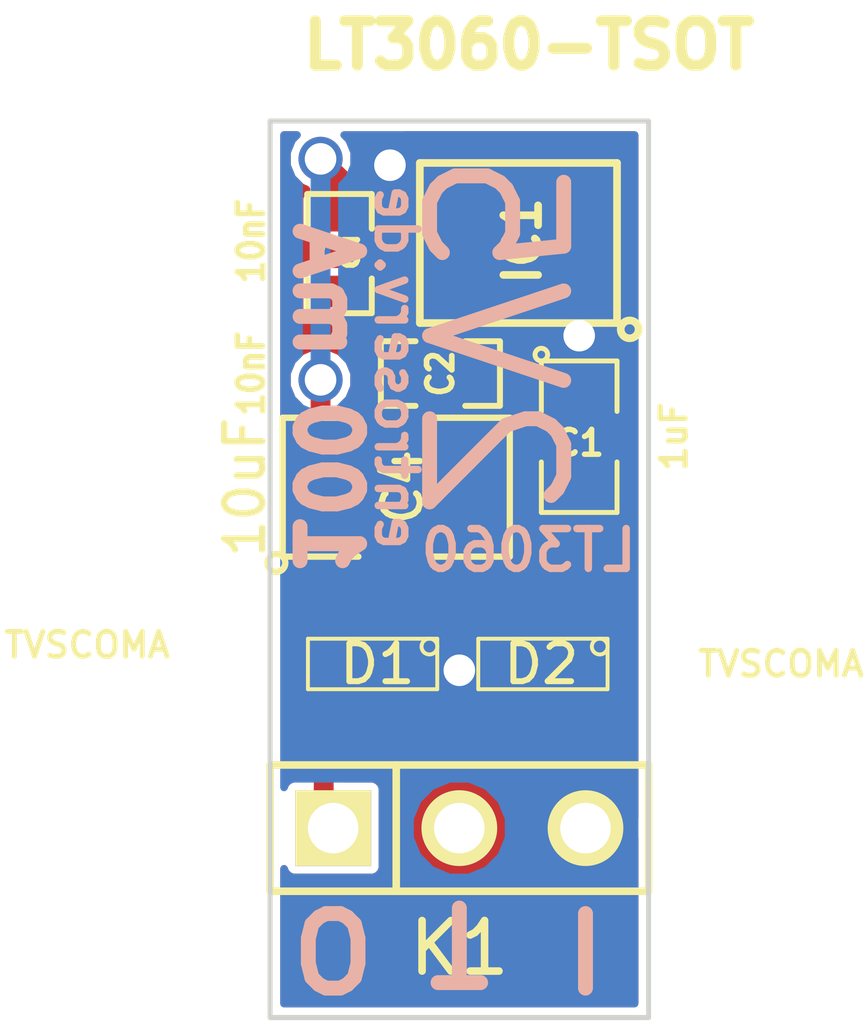
<source format=kicad_pcb>
(kicad_pcb (version 3) (host pcbnew "(2013-07-07 BZR 4022)-stable")

  (general
    (links 19)
    (no_connects 0)
    (area 47.507548 47.0011 65.776452 68.9372)
    (thickness 1.6)
    (drawings 12)
    (tracks 31)
    (zones 0)
    (modules 8)
    (nets 7)
  )

  (page A3)
  (layers
    (15 F.Cu signal)
    (0 B.Cu signal)
    (16 B.Adhes user)
    (17 F.Adhes user)
    (18 B.Paste user)
    (19 F.Paste user)
    (20 B.SilkS user)
    (21 F.SilkS user)
    (22 B.Mask user)
    (23 F.Mask user)
    (24 Dwgs.User user)
    (25 Cmts.User user)
    (26 Eco1.User user)
    (27 Eco2.User user)
    (28 Edge.Cuts user)
  )

  (setup
    (last_trace_width 0.4)
    (trace_clearance 0.154)
    (zone_clearance 0.154)
    (zone_45_only no)
    (trace_min 0.254)
    (segment_width 0.2)
    (edge_width 0.1)
    (via_size 0.889)
    (via_drill 0.635)
    (via_min_size 0.889)
    (via_min_drill 0.508)
    (uvia_size 0.508)
    (uvia_drill 0.127)
    (uvias_allowed no)
    (uvia_min_size 0.508)
    (uvia_min_drill 0.127)
    (pcb_text_width 0.3)
    (pcb_text_size 1.5 1.5)
    (mod_edge_width 0.154)
    (mod_text_size 1 1)
    (mod_text_width 0.15)
    (pad_size 1.5 1.5)
    (pad_drill 0.6)
    (pad_to_mask_clearance 0)
    (aux_axis_origin 0 0)
    (visible_elements 7FFFFFFF)
    (pcbplotparams
      (layerselection 284196865)
      (usegerberextensions true)
      (excludeedgelayer true)
      (linewidth 0.150000)
      (plotframeref false)
      (viasonmask false)
      (mode 1)
      (useauxorigin false)
      (hpglpennumber 1)
      (hpglpenspeed 20)
      (hpglpendiameter 15)
      (hpglpenoverlay 2)
      (psnegative false)
      (psa4output false)
      (plotreference true)
      (plotvalue true)
      (plotothertext true)
      (plotinvisibletext false)
      (padsonsilk false)
      (subtractmaskfromsilk false)
      (outputformat 1)
      (mirror false)
      (drillshape 0)
      (scaleselection 1)
      (outputdirectory ""))
  )

  (net 0 "")
  (net 1 /Vin)
  (net 2 /Vout)
  (net 3 GND)
  (net 4 N-000001)
  (net 5 N-000002)
  (net 6 N-000004)

  (net_class Default "Dies ist die voreingestellte Netzklasse."
    (clearance 0.154)
    (trace_width 0.4)
    (via_dia 0.889)
    (via_drill 0.635)
    (uvia_dia 0.508)
    (uvia_drill 0.127)
    (add_net "")
    (add_net /Vin)
    (add_net /Vout)
    (add_net GND)
    (add_net N-000001)
    (add_net N-000002)
    (add_net N-000004)
  )

  (module SM1210 (layer F.Cu) (tedit 53DE8A50) (tstamp 53DC3E22)
    (at 55.88 56.642)
    (tags "CMS SM")
    (path /53DBB648)
    (attr smd)
    (fp_text reference C4 (at 0.127 0 90) (layer F.SilkS)
      (effects (font (size 0.762 0.762) (thickness 0.127)))
    )
    (fp_text value 10uF (at -3.048 0 90) (layer F.SilkS)
      (effects (font (size 0.762 0.762) (thickness 0.127)))
    )
    (fp_circle (center -2.413 1.524) (end -2.286 1.397) (layer F.SilkS) (width 0.127))
    (fp_line (start -0.762 -1.397) (end -2.286 -1.397) (layer F.SilkS) (width 0.127))
    (fp_line (start -2.286 -1.397) (end -2.286 1.397) (layer F.SilkS) (width 0.127))
    (fp_line (start -2.286 1.397) (end -0.762 1.397) (layer F.SilkS) (width 0.127))
    (fp_line (start 0.762 1.397) (end 2.286 1.397) (layer F.SilkS) (width 0.127))
    (fp_line (start 2.286 1.397) (end 2.286 -1.397) (layer F.SilkS) (width 0.127))
    (fp_line (start 2.286 -1.397) (end 0.762 -1.397) (layer F.SilkS) (width 0.127))
    (pad 1 smd rect (at -1.524 0) (size 1.27 2.54)
      (layers F.Cu F.Paste F.Mask)
      (net 2 /Vout)
    )
    (pad 2 smd rect (at 1.524 0) (size 1.27 2.54)
      (layers F.Cu F.Paste F.Mask)
      (net 3 GND)
    )
    (model smd/chip_cms.wrl
      (at (xyz 0 0 0))
      (scale (xyz 0.17 0.2 0.17))
      (rotate (xyz 0 0 0))
    )
  )

  (module SM0805 (layer F.Cu) (tedit 53DE8A44) (tstamp 53DC3E2F)
    (at 59.563 55.626 270)
    (path /53DBB64E)
    (attr smd)
    (fp_text reference C1 (at 0.127 0 360) (layer F.SilkS)
      (effects (font (size 0.50038 0.50038) (thickness 0.10922)))
    )
    (fp_text value 1uF (at 0 -1.905 270) (layer F.SilkS)
      (effects (font (size 0.50038 0.50038) (thickness 0.10922)))
    )
    (fp_circle (center -1.651 0.762) (end -1.651 0.635) (layer F.SilkS) (width 0.09906))
    (fp_line (start -0.508 0.762) (end -1.524 0.762) (layer F.SilkS) (width 0.09906))
    (fp_line (start -1.524 0.762) (end -1.524 -0.762) (layer F.SilkS) (width 0.09906))
    (fp_line (start -1.524 -0.762) (end -0.508 -0.762) (layer F.SilkS) (width 0.09906))
    (fp_line (start 0.508 -0.762) (end 1.524 -0.762) (layer F.SilkS) (width 0.09906))
    (fp_line (start 1.524 -0.762) (end 1.524 0.762) (layer F.SilkS) (width 0.09906))
    (fp_line (start 1.524 0.762) (end 0.508 0.762) (layer F.SilkS) (width 0.09906))
    (pad 1 smd rect (at -0.9525 0 270) (size 0.889 1.397)
      (layers F.Cu F.Paste F.Mask)
      (net 1 /Vin)
    )
    (pad 2 smd rect (at 0.9525 0 270) (size 0.889 1.397)
      (layers F.Cu F.Paste F.Mask)
      (net 3 GND)
    )
    (model smd/chip_cms.wrl
      (at (xyz 0 0 0))
      (scale (xyz 0.1 0.1 0.1))
      (rotate (xyz 0 0 0))
    )
  )

  (module SM0603_Capa (layer F.Cu) (tedit 53DE8A55) (tstamp 53DC3E3B)
    (at 56.769 54.356)
    (path /53DBB623)
    (attr smd)
    (fp_text reference C2 (at 0 0 90) (layer F.SilkS)
      (effects (font (size 0.508 0.4572) (thickness 0.1143)))
    )
    (fp_text value 10nF (at -3.81 0 90) (layer F.SilkS)
      (effects (font (size 0.508 0.4572) (thickness 0.1143)))
    )
    (fp_line (start 0.50038 0.65024) (end 1.19888 0.65024) (layer F.SilkS) (width 0.11938))
    (fp_line (start -0.50038 0.65024) (end -1.19888 0.65024) (layer F.SilkS) (width 0.11938))
    (fp_line (start 0.50038 -0.65024) (end 1.19888 -0.65024) (layer F.SilkS) (width 0.11938))
    (fp_line (start -1.19888 -0.65024) (end -0.50038 -0.65024) (layer F.SilkS) (width 0.11938))
    (fp_line (start 1.19888 -0.635) (end 1.19888 0.635) (layer F.SilkS) (width 0.11938))
    (fp_line (start -1.19888 0.635) (end -1.19888 -0.635) (layer F.SilkS) (width 0.11938))
    (pad 1 smd rect (at -0.762 0) (size 0.635 1.143)
      (layers F.Cu F.Paste F.Mask)
      (net 4 N-000001)
    )
    (pad 2 smd rect (at 0.762 0) (size 0.635 1.143)
      (layers F.Cu F.Paste F.Mask)
      (net 3 GND)
    )
    (model smd\capacitors\C0603.wrl
      (at (xyz 0 0 0.001))
      (scale (xyz 0.5 0.5 0.5))
      (rotate (xyz 0 0 0))
    )
  )

  (module SM0603_Capa (layer F.Cu) (tedit 53DE8A60) (tstamp 53DC3E47)
    (at 54.737 51.943 270)
    (path /53DBB63F)
    (attr smd)
    (fp_text reference C3 (at 0 0 360) (layer F.SilkS)
      (effects (font (size 0.508 0.4572) (thickness 0.1143)))
    )
    (fp_text value 10nF (at -0.254 1.778 270) (layer F.SilkS)
      (effects (font (size 0.508 0.4572) (thickness 0.1143)))
    )
    (fp_line (start 0.50038 0.65024) (end 1.19888 0.65024) (layer F.SilkS) (width 0.11938))
    (fp_line (start -0.50038 0.65024) (end -1.19888 0.65024) (layer F.SilkS) (width 0.11938))
    (fp_line (start 0.50038 -0.65024) (end 1.19888 -0.65024) (layer F.SilkS) (width 0.11938))
    (fp_line (start -1.19888 -0.65024) (end -0.50038 -0.65024) (layer F.SilkS) (width 0.11938))
    (fp_line (start 1.19888 -0.635) (end 1.19888 0.635) (layer F.SilkS) (width 0.11938))
    (fp_line (start -1.19888 0.635) (end -1.19888 -0.635) (layer F.SilkS) (width 0.11938))
    (pad 1 smd rect (at -0.762 0 270) (size 0.635 1.143)
      (layers F.Cu F.Paste F.Mask)
      (net 2 /Vout)
    )
    (pad 2 smd rect (at 0.762 0 270) (size 0.635 1.143)
      (layers F.Cu F.Paste F.Mask)
      (net 5 N-000002)
    )
    (model smd\capacitors\C0603.wrl
      (at (xyz 0 0 0.001))
      (scale (xyz 0.5 0.5 0.5))
      (rotate (xyz 0 0 0))
    )
  )

  (module PIN_ARRAY_3X1 (layer F.Cu) (tedit 53DE8DD2) (tstamp 53DC3E53)
    (at 57.15 63.5)
    (descr "Connecteur 3 pins")
    (tags "CONN DEV")
    (path /53DBB569)
    (fp_text reference K1 (at 0 2.413) (layer F.SilkS)
      (effects (font (size 1.016 1.016) (thickness 0.1524)))
    )
    (fp_text value CONN_3 (at 0.127 4.699) (layer F.SilkS) hide
      (effects (font (size 1.016 1.016) (thickness 0.1524)))
    )
    (fp_line (start -3.81 1.27) (end -3.81 -1.27) (layer F.SilkS) (width 0.1524))
    (fp_line (start -3.81 -1.27) (end 3.81 -1.27) (layer F.SilkS) (width 0.1524))
    (fp_line (start 3.81 -1.27) (end 3.81 1.27) (layer F.SilkS) (width 0.1524))
    (fp_line (start 3.81 1.27) (end -3.81 1.27) (layer F.SilkS) (width 0.1524))
    (fp_line (start -1.27 -1.27) (end -1.27 1.27) (layer F.SilkS) (width 0.1524))
    (pad 1 thru_hole rect (at -2.54 0) (size 1.524 1.524) (drill 1.016)
      (layers *.Cu *.Mask F.SilkS)
      (net 2 /Vout)
    )
    (pad 2 thru_hole circle (at 0 0) (size 1.524 1.524) (drill 1.016)
      (layers *.Cu *.Mask F.SilkS)
      (net 3 GND)
    )
    (pad 3 thru_hole circle (at 2.54 0) (size 1.524 1.524) (drill 1.016)
      (layers *.Cu *.Mask F.SilkS)
      (net 1 /Vin)
    )
    (model pin_array/pins_array_3x1.wrl
      (at (xyz 0 0 0))
      (scale (xyz 1 1 1))
      (rotate (xyz 0 0 0))
    )
  )

  (module tsot23-8 (layer F.Cu) (tedit 53DE8A36) (tstamp 53DE8AC1)
    (at 59.69 52.705 90)
    (path /53DBE0F4)
    (fp_text reference IC1 (at 1.016 -1.27 90) (layer F.SilkS)
      (effects (font (size 0.7 0.7) (thickness 0.154)))
    )
    (fp_text value LT3060-TSOT (at 4.953 -1.143 360) (layer F.SilkS)
      (effects (font (size 0.889 0.889) (thickness 0.3048)))
    )
    (fp_circle (center -0.762 0.889) (end -0.635 1.016) (layer F.SilkS) (width 0.154))
    (fp_line (start -0.635 0.635) (end 2.58572 0.635) (layer F.SilkS) (width 0.154))
    (fp_line (start 2.58572 0.635) (end 2.58572 -3.33502) (layer F.SilkS) (width 0.154))
    (fp_line (start 2.58572 -3.33502) (end -0.635 -3.33502) (layer F.SilkS) (width 0.154))
    (fp_line (start -0.635 -3.33502) (end -0.635 0.635) (layer F.SilkS) (width 0.154))
    (pad 1 smd rect (at 0 0 90) (size 0.40132 1.3208)
      (layers F.Cu F.Paste F.Mask)
      (net 1 /Vin)
    )
    (pad 2 smd rect (at 0.65024 0 90) (size 0.40132 1.3208)
      (layers F.Cu F.Paste F.Mask)
      (net 3 GND)
    )
    (pad 3 smd rect (at 1.30048 0 90) (size 0.40132 1.3208)
      (layers F.Cu F.Paste F.Mask)
      (net 3 GND)
    )
    (pad 4 smd rect (at 1.95072 0 90) (size 0.40132 1.3208)
      (layers F.Cu F.Paste F.Mask)
      (net 3 GND)
    )
    (pad 5 smd rect (at 1.95072 -2.70002 270) (size 0.40132 1.3208)
      (layers F.Cu F.Paste F.Mask)
      (net 1 /Vin)
    )
    (pad 6 smd rect (at 1.30048 -2.70002 270) (size 0.40132 1.3208)
      (layers F.Cu F.Paste F.Mask)
      (net 2 /Vout)
    )
    (pad 7 smd rect (at 0.65024 -2.70002 270) (size 0.40132 1.3208)
      (layers F.Cu F.Paste F.Mask)
      (net 5 N-000002)
    )
    (pad 8 smd rect (at 0 -2.70002 270) (size 0.40132 1.3208)
      (layers F.Cu F.Paste F.Mask)
      (net 4 N-000001)
    )
  )

  (module SOT23 (layer F.Cu) (tedit 53FE80D9) (tstamp 53FE7FB9)
    (at 58.801 60.198 180)
    (tags SOT23)
    (path /53FE54F9)
    (fp_text reference D2 (at 0 0 180) (layer F.SilkS)
      (effects (font (size 0.762 0.762) (thickness 0.11938)))
    )
    (fp_text value TVSCOMA (at -4.826 0 180) (layer F.SilkS)
      (effects (font (size 0.50038 0.50038) (thickness 0.09906)))
    )
    (fp_circle (center -1.17602 0.35052) (end -1.30048 0.44958) (layer F.SilkS) (width 0.07874))
    (fp_line (start 1.27 -0.508) (end 1.27 0.508) (layer F.SilkS) (width 0.07874))
    (fp_line (start -1.3335 -0.508) (end -1.3335 0.508) (layer F.SilkS) (width 0.07874))
    (fp_line (start 1.27 0.508) (end -1.3335 0.508) (layer F.SilkS) (width 0.07874))
    (fp_line (start -1.3335 -0.508) (end 1.27 -0.508) (layer F.SilkS) (width 0.07874))
    (pad 3 smd rect (at 0 -1.09982 180) (size 0.8001 1.00076)
      (layers F.Cu F.Paste F.Mask)
      (net 6 N-000004)
    )
    (pad 2 smd rect (at 0.9525 1.09982 180) (size 0.8001 1.00076)
      (layers F.Cu F.Paste F.Mask)
      (net 3 GND)
    )
    (pad 1 smd rect (at -0.9525 1.09982 180) (size 0.8001 1.00076)
      (layers F.Cu F.Paste F.Mask)
      (net 3 GND)
    )
    (model smd\SOT23_3.wrl
      (at (xyz 0 0 0))
      (scale (xyz 0.4 0.4 0.4))
      (rotate (xyz 0 0 180))
    )
  )

  (module SOT23 (layer F.Cu) (tedit 53FE80D1) (tstamp 53FE7FC6)
    (at 55.372 60.198 180)
    (tags SOT23)
    (path /53FE53A3)
    (fp_text reference D1 (at -0.127 0 180) (layer F.SilkS)
      (effects (font (size 0.762 0.762) (thickness 0.11938)))
    )
    (fp_text value TVSCOMA (at 5.715 0.381 180) (layer F.SilkS)
      (effects (font (size 0.50038 0.50038) (thickness 0.09906)))
    )
    (fp_circle (center -1.17602 0.35052) (end -1.30048 0.44958) (layer F.SilkS) (width 0.07874))
    (fp_line (start 1.27 -0.508) (end 1.27 0.508) (layer F.SilkS) (width 0.07874))
    (fp_line (start -1.3335 -0.508) (end -1.3335 0.508) (layer F.SilkS) (width 0.07874))
    (fp_line (start 1.27 0.508) (end -1.3335 0.508) (layer F.SilkS) (width 0.07874))
    (fp_line (start -1.3335 -0.508) (end 1.27 -0.508) (layer F.SilkS) (width 0.07874))
    (pad 3 smd rect (at 0 -1.09982 180) (size 0.8001 1.00076)
      (layers F.Cu F.Paste F.Mask)
      (net 6 N-000004)
    )
    (pad 2 smd rect (at 0.9525 1.09982 180) (size 0.8001 1.00076)
      (layers F.Cu F.Paste F.Mask)
      (net 2 /Vout)
    )
    (pad 1 smd rect (at -0.9525 1.09982 180) (size 0.8001 1.00076)
      (layers F.Cu F.Paste F.Mask)
      (net 1 /Vin)
    )
    (model smd\SOT23_3.wrl
      (at (xyz 0 0 0))
      (scale (xyz 0.4 0.4 0.4))
      (rotate (xyz 0 0 180))
    )
  )

  (gr_line (start 53.34 67.31) (end 53.34 49.276) (angle 90) (layer Edge.Cuts) (width 0.1))
  (gr_line (start 60.96 67.31) (end 53.34 67.31) (angle 90) (layer Edge.Cuts) (width 0.1))
  (gr_line (start 60.96 49.276) (end 60.96 67.31) (angle 90) (layer Edge.Cuts) (width 0.1))
  (gr_text I (at 59.69 66.04) (layer B.SilkS)
    (effects (font (size 1.5 1.5) (thickness 0.3)) (justify mirror))
  )
  (gr_text T (at 57.15 65.786 180) (layer B.SilkS)
    (effects (font (size 1.5 1.5) (thickness 0.3)) (justify mirror))
  )
  (gr_text O (at 54.61 66.04) (layer B.SilkS)
    (effects (font (size 1.5 1.5) (thickness 0.3)) (justify mirror))
  )
  (gr_text entroserv.de (at 55.88 54.229 270) (layer B.SilkS)
    (effects (font (size 0.8 0.8) (thickness 0.15)) (justify mirror))
  )
  (gr_text LT3060 (at 58.547 57.912) (layer B.SilkS)
    (effects (font (size 0.8 0.8) (thickness 0.15)) (justify mirror))
  )
  (gr_text "100 mA" (at 54.483 54.864 270) (layer B.SilkS)
    (effects (font (size 1.2 1.2) (thickness 0.3)) (justify mirror))
  )
  (gr_line (start 60.96 67.31) (end 53.34 67.31) (angle 90) (layer Edge.Cuts) (width 0.1))
  (gr_line (start 53.34 49.276) (end 60.96 49.276) (angle 90) (layer Edge.Cuts) (width 0.1))
  (gr_text 2V5 (at 57.785 53.594 270) (layer B.SilkS)
    (effects (font (size 2.7 2.7) (thickness 0.3)) (justify mirror))
  )

  (segment (start 56.3245 59.09818) (end 56.3245 59.4995) (width 0.4) (layer F.Cu) (net 1))
  (segment (start 57.15 60.325) (end 57.277 60.325) (width 0.4) (layer B.Cu) (net 1) (tstamp 53FE809C))
  (via (at 57.15 60.325) (size 0.889) (layers F.Cu B.Cu) (net 1))
  (segment (start 56.3245 59.4995) (end 57.15 60.325) (width 0.4) (layer F.Cu) (net 1) (tstamp 53FE8095))
  (segment (start 56.98998 50.75428) (end 56.34228 50.75428) (width 0.4) (layer F.Cu) (net 1))
  (via (at 55.753 50.165) (size 0.889) (layers F.Cu B.Cu) (net 1))
  (segment (start 56.34228 50.75428) (end 55.753 50.165) (width 0.4) (layer F.Cu) (net 1) (tstamp 53DE81FC))
  (segment (start 59.563 53.594) (end 59.563 52.832) (width 0.4) (layer F.Cu) (net 1))
  (via (at 59.563 53.594) (size 0.889) (layers F.Cu B.Cu) (net 1))
  (segment (start 59.563 54.6735) (end 59.563 53.594) (width 0.4) (layer F.Cu) (net 1))
  (segment (start 59.563 52.832) (end 59.69 52.705) (width 0.4) (layer F.Cu) (net 1) (tstamp 53DE861F))
  (segment (start 54.4195 59.09818) (end 54.4195 63.3095) (width 0.4) (layer F.Cu) (net 2))
  (segment (start 54.4195 63.3095) (end 54.61 63.5) (width 0.4) (layer F.Cu) (net 2) (tstamp 53FE8092))
  (segment (start 54.356 56.642) (end 54.356 59.03468) (width 0.4) (layer F.Cu) (net 2))
  (segment (start 54.356 59.03468) (end 54.4195 59.09818) (width 0.4) (layer F.Cu) (net 2) (tstamp 53FE808F))
  (segment (start 54.356 56.642) (end 54.356 54.483) (width 0.4) (layer F.Cu) (net 2))
  (via (at 54.356 54.483) (size 0.889) (layers F.Cu B.Cu) (net 2))
  (segment (start 54.356 54.483) (end 54.356 50.038) (width 0.4) (layer B.Cu) (net 2) (tstamp 53DE8330))
  (via (at 54.356 50.038) (size 0.889) (layers F.Cu B.Cu) (net 2))
  (segment (start 54.356 50.038) (end 54.737 50.419) (width 0.4) (layer F.Cu) (net 2) (tstamp 53DE8335))
  (segment (start 54.737 50.419) (end 54.737 51.181) (width 0.4) (layer F.Cu) (net 2) (tstamp 53DE8336))
  (segment (start 56.98998 51.40452) (end 55.97652 51.40452) (width 0.4) (layer F.Cu) (net 2))
  (segment (start 55.753 51.181) (end 54.737 51.181) (width 0.4) (layer F.Cu) (net 2) (tstamp 53DE81C5))
  (segment (start 55.97652 51.40452) (end 55.753 51.181) (width 0.4) (layer F.Cu) (net 2) (tstamp 53DE81C2))
  (segment (start 56.007 54.356) (end 56.007 53.086) (width 0.4) (layer F.Cu) (net 4))
  (segment (start 56.388 52.705) (end 56.98998 52.705) (width 0.4) (layer F.Cu) (net 4) (tstamp 53DE8304))
  (segment (start 56.007 53.086) (end 56.388 52.705) (width 0.4) (layer F.Cu) (net 4) (tstamp 53DE8302))
  (segment (start 56.98998 52.05476) (end 56.02224 52.05476) (width 0.4) (layer F.Cu) (net 5))
  (segment (start 55.372 52.705) (end 54.737 52.705) (width 0.4) (layer F.Cu) (net 5) (tstamp 53DE82F9))
  (segment (start 56.02224 52.05476) (end 55.372 52.705) (width 0.4) (layer F.Cu) (net 5) (tstamp 53DE82F6))
  (segment (start 58.801 61.29782) (end 55.372 61.29782) (width 0.4) (layer F.Cu) (net 6))

  (zone (net 3) (net_name GND) (layer F.Cu) (tstamp 53FE39FD) (hatch edge 0.508)
    (connect_pads yes (clearance 0.154))
    (min_thickness 0.154)
    (fill (arc_segments 16) (thermal_gap 0.508) (thermal_bridge_width 0.508))
    (polygon
      (pts
        (xy 60.96 67.31) (xy 53.34 67.31) (xy 53.34 49.276) (xy 60.96 49.276)
      )
    )
    (filled_polygon
      (pts
        (xy 60.679 67.029) (xy 53.621 67.029) (xy 53.621 64.317522) (xy 53.652054 64.39268) (xy 53.716979 64.457717)
        (xy 53.80185 64.492959) (xy 53.893747 64.493039) (xy 55.417747 64.493039) (xy 55.50268 64.457946) (xy 55.567717 64.393021)
        (xy 55.602959 64.30815) (xy 55.603039 64.216253) (xy 55.603039 62.692253) (xy 55.567946 62.60732) (xy 55.503021 62.542283)
        (xy 55.41815 62.507041) (xy 55.326253 62.506961) (xy 54.8505 62.506961) (xy 54.8505 61.997891) (xy 54.9258 62.029159)
        (xy 55.017697 62.029239) (xy 55.817797 62.029239) (xy 55.90273 61.994146) (xy 55.967767 61.929221) (xy 56.003009 61.84435)
        (xy 56.003089 61.752453) (xy 56.003089 61.72882) (xy 58.169911 61.72882) (xy 58.169911 61.843947) (xy 58.205004 61.92888)
        (xy 58.269929 61.993917) (xy 58.3548 62.029159) (xy 58.446697 62.029239) (xy 59.246797 62.029239) (xy 59.33173 61.994146)
        (xy 59.396767 61.929221) (xy 59.432009 61.84435) (xy 59.432089 61.752453) (xy 59.432089 60.751693) (xy 59.396996 60.66676)
        (xy 59.332071 60.601723) (xy 59.2472 60.566481) (xy 59.155303 60.566401) (xy 58.355203 60.566401) (xy 58.27027 60.601494)
        (xy 58.205233 60.666419) (xy 58.169991 60.75129) (xy 58.169911 60.843187) (xy 58.169911 60.86682) (xy 57.563369 60.86682)
        (xy 57.722327 60.70814) (xy 57.825383 60.459955) (xy 57.825617 60.191224) (xy 57.722995 59.94286) (xy 57.53314 59.752673)
        (xy 57.284955 59.649617) (xy 57.083967 59.649441) (xy 56.955589 59.521063) (xy 56.955589 58.552053) (xy 56.920496 58.46712)
        (xy 56.855571 58.402083) (xy 56.7707 58.366841) (xy 56.678803 58.366761) (xy 55.878703 58.366761) (xy 55.79377 58.401854)
        (xy 55.728733 58.466779) (xy 55.693491 58.55165) (xy 55.693411 58.643547) (xy 55.693411 59.644307) (xy 55.728504 59.72924)
        (xy 55.793429 59.794277) (xy 55.8783 59.829519) (xy 55.970197 59.829599) (xy 56.045073 59.829599) (xy 56.474556 60.259082)
        (xy 56.474383 60.458776) (xy 56.577005 60.70714) (xy 56.736406 60.86682) (xy 56.003089 60.86682) (xy 56.003089 60.751693)
        (xy 55.967996 60.66676) (xy 55.903071 60.601723) (xy 55.8182 60.566481) (xy 55.726303 60.566401) (xy 54.926203 60.566401)
        (xy 54.8505 60.59768) (xy 54.8505 59.829599) (xy 54.865297 59.829599) (xy 54.95023 59.794506) (xy 55.015267 59.729581)
        (xy 55.050509 59.64471) (xy 55.050589 59.552813) (xy 55.050589 58.552053) (xy 55.015496 58.46712) (xy 54.950571 58.402083)
        (xy 54.8657 58.366841) (xy 54.787 58.366772) (xy 54.787 58.143039) (xy 55.036747 58.143039) (xy 55.12168 58.107946)
        (xy 55.186717 58.043021) (xy 55.221959 57.95815) (xy 55.222039 57.866253) (xy 55.222039 55.326253) (xy 55.186946 55.24132)
        (xy 55.122021 55.176283) (xy 55.03715 55.141041) (xy 54.945253 55.140961) (xy 54.787 55.140961) (xy 54.787 55.00722)
        (xy 54.928327 54.86614) (xy 55.031383 54.617955) (xy 55.031617 54.349224) (xy 54.928995 54.10086) (xy 54.73914 53.910673)
        (xy 54.490955 53.807617) (xy 54.222224 53.807383) (xy 53.97386 53.910005) (xy 53.783673 54.09986) (xy 53.680617 54.348045)
        (xy 53.680383 54.616776) (xy 53.783005 54.86514) (xy 53.925 55.007383) (xy 53.925 55.140961) (xy 53.675253 55.140961)
        (xy 53.621 55.163377) (xy 53.621 49.557) (xy 53.881704 49.557) (xy 53.783673 49.65486) (xy 53.680617 49.903045)
        (xy 53.680383 50.171776) (xy 53.783005 50.42014) (xy 53.97286 50.610327) (xy 54.072842 50.651843) (xy 54.03482 50.667554)
        (xy 53.969783 50.732479) (xy 53.934541 50.81735) (xy 53.934461 50.909247) (xy 53.934461 51.544247) (xy 53.969554 51.62918)
        (xy 54.034479 51.694217) (xy 54.11935 51.729459) (xy 54.211247 51.729539) (xy 55.354247 51.729539) (xy 55.43918 51.694446)
        (xy 55.504217 51.629521) (xy 55.511492 51.612) (xy 55.574474 51.612) (xy 55.671757 51.709283) (xy 55.725083 51.744914)
        (xy 55.717477 51.749997) (xy 55.310971 52.156502) (xy 55.262753 52.156461) (xy 54.119753 52.156461) (xy 54.03482 52.191554)
        (xy 53.969783 52.256479) (xy 53.934541 52.34135) (xy 53.934461 52.433247) (xy 53.934461 53.068247) (xy 53.969554 53.15318)
        (xy 54.034479 53.218217) (xy 54.11935 53.253459) (xy 54.211247 53.253539) (xy 55.354247 53.253539) (xy 55.43918 53.218446)
        (xy 55.504217 53.153521) (xy 55.524051 53.105755) (xy 55.524051 53.105754) (xy 55.536936 53.103192) (xy 55.536937 53.103192)
        (xy 55.578043 53.075725) (xy 55.576 53.086) (xy 55.576 53.581455) (xy 55.55882 53.588554) (xy 55.493783 53.653479)
        (xy 55.458541 53.73835) (xy 55.458461 53.830247) (xy 55.458461 54.973247) (xy 55.493554 55.05818) (xy 55.558479 55.123217)
        (xy 55.64335 55.158459) (xy 55.735247 55.158539) (xy 56.370247 55.158539) (xy 56.45518 55.123446) (xy 56.520217 55.058521)
        (xy 56.555459 54.97365) (xy 56.555539 54.881753) (xy 56.555539 53.738753) (xy 56.520446 53.65382) (xy 56.455521 53.588783)
        (xy 56.438 53.581507) (xy 56.438 53.264526) (xy 56.565827 53.136699) (xy 57.696127 53.136699) (xy 57.78106 53.101606)
        (xy 57.846097 53.036681) (xy 57.881339 52.95181) (xy 57.881419 52.859913) (xy 57.881419 52.458593) (xy 57.848858 52.379789)
        (xy 57.881339 52.30157) (xy 57.881419 52.209673) (xy 57.881419 51.808353) (xy 57.848858 51.729549) (xy 57.881339 51.65133)
        (xy 57.881419 51.559433) (xy 57.881419 51.158113) (xy 57.848858 51.079309) (xy 57.881339 51.00109) (xy 57.881419 50.909193)
        (xy 57.881419 50.507873) (xy 57.846326 50.42294) (xy 57.781401 50.357903) (xy 57.69653 50.322661) (xy 57.604633 50.322581)
        (xy 56.520107 50.322581) (xy 56.428443 50.230917) (xy 56.428617 50.031224) (xy 56.325995 49.78286) (xy 56.13614 49.592673)
        (xy 56.05023 49.557) (xy 60.679 49.557) (xy 60.679 63.29325) (xy 60.581439 63.057134) (xy 60.581439 52.859913)
        (xy 60.581439 52.458593) (xy 60.546346 52.37366) (xy 60.481421 52.308623) (xy 60.39655 52.273381) (xy 60.304653 52.273301)
        (xy 58.983853 52.273301) (xy 58.89892 52.308394) (xy 58.833883 52.373319) (xy 58.798641 52.45819) (xy 58.798561 52.550087)
        (xy 58.798561 52.951407) (xy 58.833654 53.03634) (xy 58.898579 53.101377) (xy 58.98345 53.136619) (xy 59.064972 53.136689)
        (xy 58.990673 53.21086) (xy 58.887617 53.459045) (xy 58.887383 53.727776) (xy 58.990005 53.97614) (xy 59.011787 53.997961)
        (xy 58.818753 53.997961) (xy 58.73382 54.033054) (xy 58.668783 54.097979) (xy 58.633541 54.18285) (xy 58.633461 54.274747)
        (xy 58.633461 55.163747) (xy 58.668554 55.24868) (xy 58.733479 55.313717) (xy 58.81835 55.348959) (xy 58.910247 55.349039)
        (xy 60.307247 55.349039) (xy 60.39218 55.313946) (xy 60.457217 55.249021) (xy 60.492459 55.16415) (xy 60.492539 55.072253)
        (xy 60.492539 54.183253) (xy 60.457446 54.09832) (xy 60.392521 54.033283) (xy 60.30765 53.998041) (xy 60.215753 53.997961)
        (xy 60.114469 53.997961) (xy 60.135327 53.97714) (xy 60.238383 53.728955) (xy 60.238617 53.460224) (xy 60.135995 53.21186)
        (xy 60.060965 53.136699) (xy 60.396147 53.136699) (xy 60.48108 53.101606) (xy 60.546117 53.036681) (xy 60.581359 52.95181)
        (xy 60.581439 52.859913) (xy 60.581439 63.057134) (xy 60.532315 62.938246) (xy 60.253224 62.658666) (xy 59.888386 62.507173)
        (xy 59.493347 62.506828) (xy 59.128246 62.657685) (xy 58.848666 62.936776) (xy 58.697173 63.301614) (xy 58.696828 63.696653)
        (xy 58.847685 64.061754) (xy 59.126776 64.341334) (xy 59.491614 64.492827) (xy 59.886653 64.493172) (xy 60.251754 64.342315)
        (xy 60.531334 64.063224) (xy 60.679 63.707602) (xy 60.679 67.029)
      )
    )
  )
  (zone (net 1) (net_name /Vin) (layer B.Cu) (tstamp 53DE823E) (hatch edge 0.508)
    (connect_pads yes (clearance 0.154))
    (min_thickness 0.154)
    (fill (arc_segments 16) (thermal_gap 0.508) (thermal_bridge_width 0.508))
    (polygon
      (pts
        (xy 60.96 67.31) (xy 53.34 67.31) (xy 53.34 49.276) (xy 60.96 49.276)
      )
    )
    (filled_polygon
      (pts
        (xy 60.679 67.029) (xy 58.143172 67.029) (xy 58.143172 63.303347) (xy 57.992315 62.938246) (xy 57.713224 62.658666)
        (xy 57.348386 62.507173) (xy 56.953347 62.506828) (xy 56.588246 62.657685) (xy 56.308666 62.936776) (xy 56.157173 63.301614)
        (xy 56.156828 63.696653) (xy 56.307685 64.061754) (xy 56.586776 64.341334) (xy 56.951614 64.492827) (xy 57.346653 64.493172)
        (xy 57.711754 64.342315) (xy 57.991334 64.063224) (xy 58.142827 63.698386) (xy 58.143172 63.303347) (xy 58.143172 67.029)
        (xy 53.621 67.029) (xy 53.621 64.317522) (xy 53.652054 64.39268) (xy 53.716979 64.457717) (xy 53.80185 64.492959)
        (xy 53.893747 64.493039) (xy 55.417747 64.493039) (xy 55.50268 64.457946) (xy 55.567717 64.393021) (xy 55.602959 64.30815)
        (xy 55.603039 64.216253) (xy 55.603039 62.692253) (xy 55.567946 62.60732) (xy 55.503021 62.542283) (xy 55.41815 62.507041)
        (xy 55.326253 62.506961) (xy 53.802253 62.506961) (xy 53.71732 62.542054) (xy 53.652283 62.606979) (xy 53.621 62.682315)
        (xy 53.621 49.557) (xy 53.881704 49.557) (xy 53.783673 49.65486) (xy 53.680617 49.903045) (xy 53.680383 50.171776)
        (xy 53.783005 50.42014) (xy 53.925 50.562383) (xy 53.925 53.958779) (xy 53.783673 54.09986) (xy 53.680617 54.348045)
        (xy 53.680383 54.616776) (xy 53.783005 54.86514) (xy 53.97286 55.055327) (xy 54.221045 55.158383) (xy 54.489776 55.158617)
        (xy 54.73814 55.055995) (xy 54.928327 54.86614) (xy 55.031383 54.617955) (xy 55.031617 54.349224) (xy 54.928995 54.10086)
        (xy 54.787 53.958616) (xy 54.787 50.56222) (xy 54.928327 50.42114) (xy 55.031383 50.172955) (xy 55.031617 49.904224)
        (xy 54.928995 49.65586) (xy 54.830307 49.557) (xy 60.679 49.557) (xy 60.679 67.029)
      )
    )
  )
)

</source>
